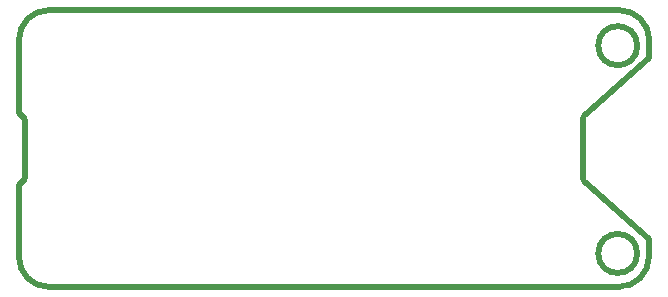
<source format=gbr>
%TF.GenerationSoftware,KiCad,Pcbnew,(6.0.0-rc1-dev-1614-ge850a482d)*%
%TF.CreationDate,2019-03-08T08:34:46-08:00*%
%TF.ProjectId,SAM32,53414d33-322e-46b6-9963-61645f706362,rev?*%
%TF.SameCoordinates,Original*%
%TF.FileFunction,Profile,NP*%
%FSLAX46Y46*%
G04 Gerber Fmt 4.6, Leading zero omitted, Abs format (unit mm)*
G04 Created by KiCad (PCBNEW (6.0.0-rc1-dev-1614-ge850a482d)) date 2019-03-08 08:34:46*
%MOMM*%
%LPD*%
G04 APERTURE LIST*
%ADD10C,0.508000*%
G04 APERTURE END LIST*
D10*
X109192060Y-106945080D02*
X109192060Y-108498640D01*
X106652060Y-111038640D02*
G75*
G03X109192060Y-108498640I0J2540000D01*
G01*
X103755076Y-102181768D02*
X109192060Y-106945080D01*
X55852060Y-96296067D02*
X56300000Y-96740000D01*
X103758052Y-96469398D02*
X109220013Y-91690000D01*
X103758039Y-96469407D02*
G75*
G03X103628512Y-96721166I160472J-241760D01*
G01*
X103755063Y-102181759D02*
G75*
G02X103625536Y-101930000I160472J241760D01*
G01*
X103625536Y-101930000D02*
X103628512Y-96721166D01*
X55852060Y-102438136D02*
X56300000Y-101994203D01*
X56300000Y-101994203D02*
G75*
G03X56361488Y-101805369I-228511J178835D01*
G01*
X56300000Y-96740000D02*
G75*
G02X56361488Y-96928834I-228511J-178835D01*
G01*
X108205221Y-90615720D02*
G75*
G03X108205221Y-90615720I-1652221J0D01*
G01*
X108205221Y-108205220D02*
G75*
G03X108205221Y-108205220I-1652221J0D01*
G01*
X109220013Y-90136440D02*
X109220013Y-91690000D01*
X55852060Y-90136440D02*
X55852060Y-96296067D01*
X106680013Y-87596440D02*
G75*
G02X109220013Y-90136440I0J-2540000D01*
G01*
X55852060Y-102438136D02*
X55852060Y-108498640D01*
X106680013Y-87596440D02*
X58392060Y-87596440D01*
X58392060Y-111038640D02*
X106652060Y-111038640D01*
X55852060Y-90136440D02*
G75*
G02X58392060Y-87596440I2540000J0D01*
G01*
X56361488Y-96928834D02*
X56361488Y-101805369D01*
X58392060Y-111038640D02*
G75*
G02X55852060Y-108498640I0J2540000D01*
G01*
M02*

</source>
